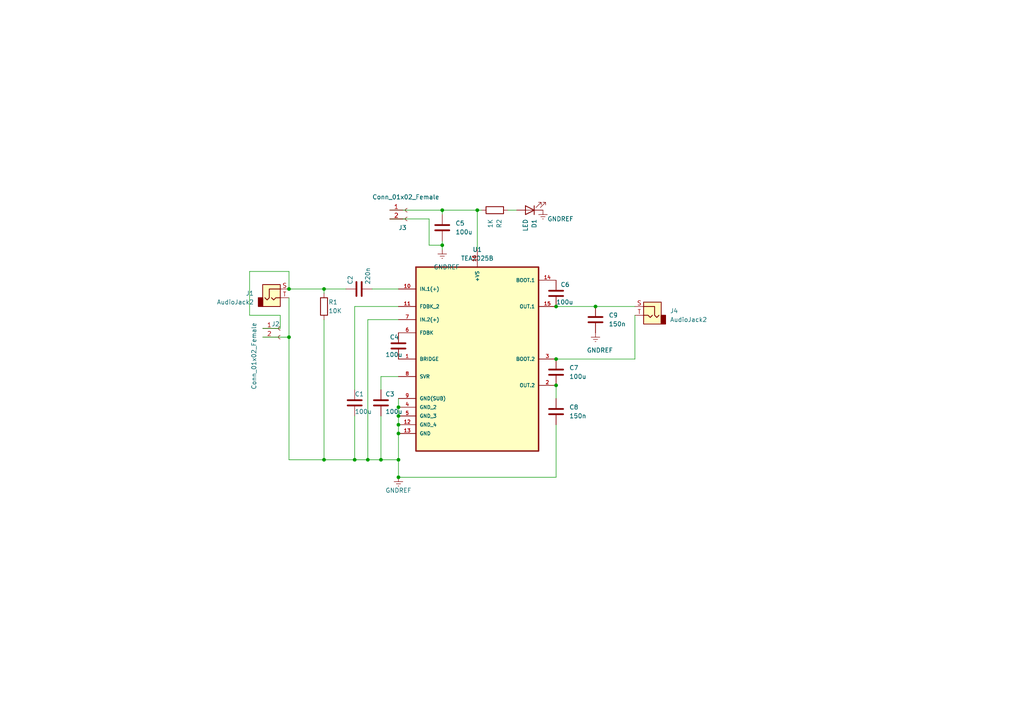
<source format=kicad_sch>
(kicad_sch (version 20210126) (generator eeschema)
  (paper "A4")
  (lib_symbols
    (symbol "Connector:AudioJack2"
      (property "Reference" "J" (at 0 8.89 0))
      (property "Value" "AudioJack2" (at 0 6.35 0))
      (symbol "AudioJack2_0_1"
        (rectangle (start -3.81 0) (end -2.54 -2.54) (stroke (width 0.254)) (fill (type outline)))
        (rectangle (start -2.54 3.81) (end 2.54 -2.54) (stroke (width 0.254)) (fill (type background)))
        (polyline (pts (xy 0 0) (xy 0.635 -0.635) (xy 1.27 0) (xy 2.54 0)) (stroke (width 0.254)))
        (polyline (pts (xy 2.54 2.54) (xy -0.635 2.54) (xy -0.635 0) (xy -1.27 -0.635) (xy -1.905 0)) (stroke (width 0.254)))
      )
      (symbol "AudioJack2_1_1"
        (pin passive line (at 5.08 2.54 180) (length 2.54) (name "~") (number "S"))
        (pin passive line (at 5.08 0 180) (length 2.54) (name "~") (number "T"))
      )
    )
    (symbol "Connector:Conn_01x02_Female" (pin_names (offset 1.016) hide)
      (property "Reference" "J" (at 0 2.54 0))
      (property "Value" "Conn_01x02_Female" (at 0 -5.08 0))
      (symbol "Conn_01x02_Female_1_1"
        (arc (start 0 -2.032) (end 0 -3.048) (radius (at 0 -2.54) (length 0.508) (angles 90.1 -90.1)) (stroke (width 0.1524)))
        (arc (start 0 0.508) (end 0 -0.508) (radius (at 0 0) (length 0.508) (angles 90.1 -90.1)) (stroke (width 0.1524)))
        (polyline (pts (xy -1.27 -2.54) (xy -0.508 -2.54)) (stroke (width 0.1524)))
        (polyline (pts (xy -1.27 0) (xy -0.508 0)) (stroke (width 0.1524)))
        (pin passive line (at -5.08 0 0) (length 3.81) (name "Pin_1") (number "1"))
        (pin passive line (at -5.08 -2.54 0) (length 3.81) (name "Pin_2") (number "2"))
      )
    )
    (symbol "Device:C" (pin_numbers hide) (pin_names (offset 0.254))
      (property "Reference" "C" (at 0.635 2.54 0))
      (property "Value" "C" (at 0.635 -2.54 0))
      (symbol "C_0_1"
        (polyline (pts (xy -2.032 -0.762) (xy 2.032 -0.762)) (stroke (width 0.508)))
        (polyline (pts (xy -2.032 0.762) (xy 2.032 0.762)) (stroke (width 0.508)))
      )
      (symbol "C_1_1"
        (pin passive line (at 0 3.81 270) (length 2.794) (name "~") (number "1"))
        (pin passive line (at 0 -3.81 90) (length 2.794) (name "~") (number "2"))
      )
    )
    (symbol "Device:LED" (pin_numbers hide) (pin_names (offset 1.016) hide)
      (property "Reference" "D" (at 0 2.54 0))
      (property "Value" "LED" (at 0 -2.54 0))
      (symbol "LED_0_1"
        (polyline (pts (xy -1.27 -1.27) (xy -1.27 1.27)) (stroke (width 0.254)))
        (polyline (pts (xy -1.27 0) (xy 1.27 0)))
        (polyline (pts (xy 1.27 -1.27) (xy 1.27 1.27) (xy -1.27 0) (xy 1.27 -1.27)) (stroke (width 0.254)))
        (polyline (pts (xy -3.048 -0.762) (xy -4.572 -2.286) (xy -3.81 -2.286) (xy -4.572 -2.286) (xy -4.572 -1.524)))
        (polyline (pts (xy -1.778 -0.762) (xy -3.302 -2.286) (xy -2.54 -2.286) (xy -3.302 -2.286) (xy -3.302 -1.524)))
      )
      (symbol "LED_1_1"
        (pin passive line (at -3.81 0 0) (length 2.54) (name "K") (number "1"))
        (pin passive line (at 3.81 0 180) (length 2.54) (name "A") (number "2"))
      )
    )
    (symbol "Device:R" (pin_numbers hide) (pin_names (offset 0))
      (property "Reference" "R" (at 2.032 0 90))
      (property "Value" "R" (at 0 0 90))
      (symbol "R_0_1"
        (rectangle (start -1.016 -2.54) (end 1.016 2.54) (stroke (width 0.254)))
      )
      (symbol "R_1_1"
        (pin passive line (at 0 3.81 270) (length 1.27) (name "~") (number "1"))
        (pin passive line (at 0 -3.81 90) (length 1.27) (name "~") (number "2"))
      )
    )
    (symbol "TEA2025B:TEA2025B" (pin_names (offset 1.016))
      (property "Reference" "U1" (at 0 27.94 0))
      (property "Value" "TEA2025B" (at 0 25.4 0))
      (symbol "TEA2025B_0_0"
        (rectangle (start -17.78 -30.48) (end 17.78 22.86) (stroke (width 0.4064)) (fill (type background)))
        (pin power_in line (at 0 27.94 270) (length 5.08) (name "+VS") (number "16"))
        (pin input line (at -22.86 11.43 0) (length 5.08) (name "FDBK_2") (number "11"))
        (pin input line (at -22.86 3.81 0) (length 5.08) (name "FDBK") (number "6"))
        (pin passive line (at 22.86 19.05 180) (length 5.08) (name "BOOT.1") (number "14"))
        (pin passive line (at 22.86 -3.81 180) (length 5.08) (name "BOOT.2") (number "3"))
        (pin passive line (at -22.86 -3.81 0) (length 5.08) (name "BRIDGE") (number "1"))
        (pin passive line (at -22.86 -8.89 0) (length 5.08) (name "SVR") (number "8"))
        (pin input line (at -22.86 16.51 0) (length 5.08) (name "IN.1(+)") (number "10"))
        (pin input line (at -22.86 7.62 0) (length 5.08) (name "IN.2(+)") (number "7"))
        (pin passive line (at -22.86 -15.24 0) (length 5.08) (name "GND(SUB)") (number "9"))
        (pin passive line (at -22.86 -17.78 0) (length 5.08) (name "GND_2") (number "4"))
        (pin passive line (at -22.86 -20.32 0) (length 5.08) (name "GND_3") (number "5"))
        (pin passive line (at -22.86 -22.86 0) (length 5.08) (name "GND_4") (number "12"))
        (pin passive line (at -22.86 -25.4 0) (length 5.08) (name "GND") (number "13"))
        (pin output line (at 22.86 11.43 180) (length 5.08) (name "OUT.1") (number "15"))
        (pin output line (at 22.86 -11.43 180) (length 5.08) (name "OUT.2") (number "2"))
      )
    )
    (symbol "power:GNDREF" (power) (pin_names (offset 0))
      (property "Value" "GNDREF" (at 0 -3.81 0))
      (symbol "GNDREF_0_1"
        (polyline (pts (xy -0.635 -1.905) (xy 0.635 -1.905)))
        (polyline (pts (xy -0.127 -2.54) (xy 0.127 -2.54)))
        (polyline (pts (xy 0 -1.27) (xy 0 0)))
        (polyline (pts (xy 1.27 -1.27) (xy -1.27 -1.27)))
      )
      (symbol "GNDREF_1_1"
        (pin power_in line (at 0 0 270) (length 0) hide (name "GNDREF") (number "1"))
      )
    )
  )
  (junction (at 83.82 83.82) (diameter 0.9144))
  (junction (at 83.82 97.79) (diameter 0.9144))
  (junction (at 93.98 83.82) (diameter 0.9144))
  (junction (at 93.98 133.35) (diameter 0.9144))
  (junction (at 102.87 133.35) (diameter 0.9144))
  (junction (at 106.68 133.35) (diameter 0.9144))
  (junction (at 110.49 133.35) (diameter 0.9144))
  (junction (at 115.57 118.11) (diameter 0.9144))
  (junction (at 115.57 120.65) (diameter 0.9144))
  (junction (at 115.57 123.19) (diameter 0.9144))
  (junction (at 115.57 125.73) (diameter 0.9144))
  (junction (at 115.57 133.35) (diameter 0.9144))
  (junction (at 115.57 138.43) (diameter 0.9144))
  (junction (at 128.27 60.96) (diameter 0.9144))
  (junction (at 128.27 71.12) (diameter 0.9144))
  (junction (at 138.43 60.96) (diameter 0.9144))
  (junction (at 161.29 88.9) (diameter 0.9144))
  (junction (at 161.29 104.14) (diameter 0.9144))
  (junction (at 161.29 111.76) (diameter 0.9144))
  (junction (at 172.72 88.9) (diameter 0.9144))
  (wire (pts (xy 72.39 78.74) (xy 83.82 78.74)))
  (wire (pts (xy 72.39 91.44) (xy 72.39 78.74)))
  (wire (pts (xy 76.2 95.25) (xy 81.28 95.25)))
  (wire (pts (xy 76.2 97.79) (xy 83.82 97.79)))
  (wire (pts (xy 81.28 91.44) (xy 72.39 91.44)))
  (wire (pts (xy 81.28 95.25) (xy 81.28 91.44)))
  (wire (pts (xy 83.82 78.74) (xy 83.82 83.82)))
  (wire (pts (xy 83.82 83.82) (xy 93.98 83.82)))
  (wire (pts (xy 83.82 97.79) (xy 83.82 86.36)))
  (wire (pts (xy 83.82 97.79) (xy 83.82 133.35)))
  (wire (pts (xy 83.82 133.35) (xy 93.98 133.35)))
  (wire (pts (xy 93.98 83.82) (xy 93.98 85.09)))
  (wire (pts (xy 93.98 83.82) (xy 100.33 83.82)))
  (wire (pts (xy 93.98 92.71) (xy 93.98 133.35)))
  (wire (pts (xy 93.98 133.35) (xy 102.87 133.35)))
  (wire (pts (xy 102.87 88.9) (xy 115.57 88.9)))
  (wire (pts (xy 102.87 113.03) (xy 102.87 88.9)))
  (wire (pts (xy 102.87 120.65) (xy 102.87 133.35)))
  (wire (pts (xy 102.87 133.35) (xy 106.68 133.35)))
  (wire (pts (xy 106.68 92.71) (xy 106.68 133.35)))
  (wire (pts (xy 106.68 133.35) (xy 110.49 133.35)))
  (wire (pts (xy 107.95 83.82) (xy 115.57 83.82)))
  (wire (pts (xy 110.49 109.22) (xy 115.57 109.22)))
  (wire (pts (xy 110.49 113.03) (xy 110.49 109.22)))
  (wire (pts (xy 110.49 120.65) (xy 110.49 133.35)))
  (wire (pts (xy 110.49 133.35) (xy 115.57 133.35)))
  (wire (pts (xy 113.03 60.96) (xy 128.27 60.96)))
  (wire (pts (xy 113.03 63.5) (xy 124.46 63.5)))
  (wire (pts (xy 115.57 92.71) (xy 106.68 92.71)))
  (wire (pts (xy 115.57 115.57) (xy 115.57 118.11)))
  (wire (pts (xy 115.57 118.11) (xy 115.57 120.65)))
  (wire (pts (xy 115.57 120.65) (xy 115.57 123.19)))
  (wire (pts (xy 115.57 123.19) (xy 115.57 125.73)))
  (wire (pts (xy 115.57 125.73) (xy 115.57 133.35)))
  (wire (pts (xy 115.57 133.35) (xy 115.57 138.43)))
  (wire (pts (xy 124.46 63.5) (xy 124.46 71.12)))
  (wire (pts (xy 124.46 71.12) (xy 128.27 71.12)))
  (wire (pts (xy 128.27 60.96) (xy 138.43 60.96)))
  (wire (pts (xy 128.27 62.23) (xy 128.27 60.96)))
  (wire (pts (xy 128.27 69.85) (xy 128.27 71.12)))
  (wire (pts (xy 128.27 71.12) (xy 128.27 72.39)))
  (wire (pts (xy 138.43 60.96) (xy 138.43 72.39)))
  (wire (pts (xy 138.43 60.96) (xy 139.7 60.96)))
  (wire (pts (xy 149.86 60.96) (xy 147.32 60.96)))
  (wire (pts (xy 161.29 88.9) (xy 172.72 88.9)))
  (wire (pts (xy 161.29 104.14) (xy 184.15 104.14)))
  (wire (pts (xy 161.29 111.76) (xy 161.29 115.57)))
  (wire (pts (xy 161.29 123.19) (xy 161.29 138.43)))
  (wire (pts (xy 161.29 138.43) (xy 115.57 138.43)))
  (wire (pts (xy 172.72 88.9) (xy 184.15 88.9)))
  (wire (pts (xy 184.15 91.44) (xy 184.15 104.14)))
  (symbol (lib_id "power:GNDREF") (at 115.57 138.43 0) (unit 1)
    (property "Reference" "#PWR01" (effects hide))
    (property "Value" "GNDREF" (at 115.57 142.24 0))
  )
  (symbol (lib_id "power:GNDREF") (at 128.27 72.39 0) (unit 1)
    (property "Reference" "#PWR02" (effects hide))
    (property "Value" "GNDREF" (at 129.54 77.47 0))
  )
  (symbol (lib_id "power:GNDREF") (at 157.48 60.96 0) (unit 1)
    (property "Reference" "#PWR03" (effects hide))
    (property "Value" "GNDREF" (at 162.56 63.5 0))
  )
  (symbol (lib_id "power:GNDREF") (at 172.72 96.52 0) (unit 1)
    (property "Reference" "#PWR04" (effects hide))
    (property "Value" "GNDREF" (at 173.99 101.6 0))
  )
  (symbol (lib_id "Device:R") (at 93.98 88.9 0) (unit 1)
    (property "Reference" "R1" (at 95.25 87.63 0) (effects (justify left)))
    (property "Value" "10K" (at 95.25 90.17 0) (effects (justify left)))
    (property "Footprint" "Resistor_THT:R_Axial_DIN0204_L3.6mm_D1.6mm_P7.62mm_Horizontal" (effects hide))
  )
  (symbol (lib_id "Device:R") (at 143.51 60.96 270) (unit 1)
    (property "Reference" "R2" (at 144.78 63.5 0) (effects (justify left)))
    (property "Value" "1K" (at 142.24 63.5 0) (effects (justify left)))
    (property "Footprint" "Resistor_THT:R_Axial_DIN0204_L3.6mm_D1.6mm_P7.62mm_Horizontal" (effects hide))
  )
  (symbol (lib_id "Connector:Conn_01x02_Female") (at 81.28 95.25 0) (unit 1)
    (property "Reference" "J2" (at 78.74 93.98 0) (effects (justify left)))
    (property "Value" "Conn_01x02_Female" (at 73.66 113.03 90) (effects (justify left)))
    (property "Footprint" "TerminalBlock_4Ucon:TerminalBlock_4Ucon_1x02_P3.50mm_Vertical" (effects hide))
  )
  (symbol (lib_id "Connector:Conn_01x02_Female") (at 118.11 60.96 0) (unit 1)
    (property "Reference" "J3" (at 115.57 66.04 0) (effects (justify left)))
    (property "Value" "Conn_01x02_Female" (at 107.95 57.15 0) (effects (justify left)))
    (property "Footprint" "TerminalBlock_4Ucon:TerminalBlock_4Ucon_1x02_P3.50mm_Vertical" (effects hide))
  )
  (symbol (lib_id "Device:LED") (at 153.67 60.96 180) (unit 1)
    (property "Reference" "D1" (at 154.94 63.5 90) (effects (justify left)))
    (property "Value" "LED" (at 152.4 63.5 90) (effects (justify left)))
    (property "Footprint" "LED_THT:LED_D5.0mm" (effects hide))
  )
  (symbol (lib_id "Device:C") (at 102.87 116.84 0) (unit 1)
    (property "Reference" "C1" (at 102.87 114.3 0) (effects (justify left)))
    (property "Value" "100u" (at 102.87 119.38 0) (effects (justify left)))
    (property "Footprint" "Capacitor_THT:CP_Radial_D5.0mm_P2.50mm" (effects hide))
  )
  (symbol (lib_id "Device:C") (at 104.14 83.82 90) (unit 1)
    (property "Reference" "C2" (at 101.6 82.55 0) (effects (justify left)))
    (property "Value" "220n" (at 106.68 82.55 0) (effects (justify left)))
    (property "Footprint" "Capacitor_THT:CP_Radial_D5.0mm_P2.50mm" (effects hide))
  )
  (symbol (lib_id "Device:C") (at 110.49 116.84 0) (unit 1)
    (property "Reference" "C3" (at 111.76 114.3 0) (effects (justify left)))
    (property "Value" "100u" (at 111.76 119.38 0) (effects (justify left)))
    (property "Footprint" "Capacitor_THT:CP_Radial_D5.0mm_P2.50mm" (effects hide))
  )
  (symbol (lib_id "Device:C") (at 115.57 100.33 0) (unit 1)
    (property "Reference" "C4" (at 113.03 97.79 0) (effects (justify left)))
    (property "Value" "100u" (at 111.76 102.87 0) (effects (justify left)))
    (property "Footprint" "Capacitor_THT:CP_Radial_D5.0mm_P2.50mm" (effects hide))
  )
  (symbol (lib_id "Device:C") (at 128.27 66.04 0) (unit 1)
    (property "Reference" "C5" (at 132.08 64.77 0) (effects (justify left)))
    (property "Value" "100u" (at 132.08 67.31 0) (effects (justify left)))
    (property "Footprint" "Capacitor_THT:CP_Radial_D5.0mm_P2.50mm" (effects hide))
  )
  (symbol (lib_id "Device:C") (at 161.29 85.09 0) (unit 1)
    (property "Reference" "C6" (at 162.56 82.55 0) (effects (justify left)))
    (property "Value" "100u" (at 161.29 87.63 0) (effects (justify left)))
    (property "Footprint" "Capacitor_THT:CP_Radial_D5.0mm_P2.50mm" (effects hide))
  )
  (symbol (lib_id "Device:C") (at 161.29 107.95 0) (unit 1)
    (property "Reference" "C7" (at 165.1 106.68 0) (effects (justify left)))
    (property "Value" "100u" (at 165.1 109.22 0) (effects (justify left)))
    (property "Footprint" "Capacitor_THT:CP_Radial_D5.0mm_P2.50mm" (effects hide))
  )
  (symbol (lib_id "Device:C") (at 161.29 119.38 0) (unit 1)
    (property "Reference" "C8" (at 165.1 118.11 0) (effects (justify left)))
    (property "Value" "150n" (at 165.1 120.65 0) (effects (justify left)))
    (property "Footprint" "Capacitor_THT:CP_Radial_D5.0mm_P2.50mm" (effects hide))
  )
  (symbol (lib_id "Device:C") (at 172.72 92.71 0) (unit 1)
    (property "Reference" "C9" (at 176.53 91.44 0) (effects (justify left)))
    (property "Value" "150n" (at 176.53 93.98 0) (effects (justify left)))
    (property "Footprint" "Capacitor_THT:CP_Radial_D5.0mm_P2.50mm" (effects hide))
  )
  (symbol (lib_id "Connector:AudioJack2") (at 78.74 86.36 0) (unit 1)
    (property "Reference" "J1" (at 73.66 85.09 0) (effects (justify right)))
    (property "Value" "AudioJack2" (at 73.66 87.63 0) (effects (justify right)))
    (property "Footprint" "Connector_Audio:Jack_3.5mm_CUI_SJ-3523-SMT_Horizontal" (effects hide))
  )
  (symbol (lib_id "Connector:AudioJack2") (at 189.23 91.44 0) (mirror y) (unit 1)
    (property "Reference" "J4" (at 194.31 90.17 0) (effects (justify right)))
    (property "Value" "AudioJack2" (at 194.31 92.71 0) (effects (justify right)))
    (property "Footprint" "Connector_Audio:Jack_3.5mm_CUI_SJ-3523-SMT_Horizontal" (effects hide))
  )
  (symbol (lib_id "TEA2025B:TEA2025B") (at 138.43 100.33 0) (unit 1)
    (property "Reference" "U1" (at 138.43 72.39 0))
    (property "Value" "TEA2025B" (at 138.43 74.93 0))
    (property "Footprint" "DIP254P762X510-16" (effects hide))
    (property "OC_FARNELL" "1263004" (effects hide))
    (property "SUPPLIER" "STMICROELECTRONICS" (effects hide))
    (property "MPN" "TEA2025B" (effects hide))
    (property "PACKAGE" "PDIP-16" (effects hide))
    (property "OC_NEWARK" "89K1062" (effects hide))
  )
)
</source>
